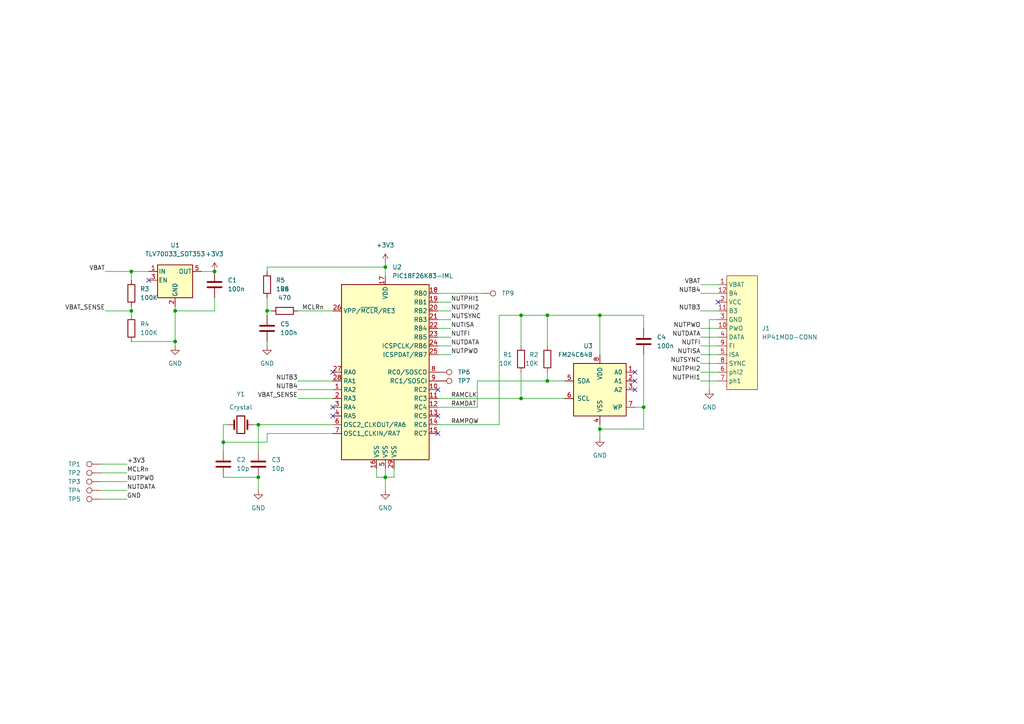
<source format=kicad_sch>
(kicad_sch (version 20211123) (generator eeschema)
  (paper "A4")
  (lib_symbols
    (symbol "Connector:TestPoint" (pin_numbers hide) (pin_names (offset 0.762) hide)
      (property "Reference" "TP" (at 0 6.858 0))
      (property "Value" "TestPoint" (at 0 5.08 0))
      (symbol "TestPoint_0_1"
        (circle (center 0 3.302) (radius 0.762))
      )
      (symbol "TestPoint_1_1"
        (pin passive line (at 0 0 90) (length 2.54) (name "1") (number "1"))
      )
    )
    (symbol "Device:C" (pin_numbers hide) (pin_names (offset 0.254))
      (property "Reference" "C" (at 0.635 2.54 0))
      (property "Value" "C" (at 0.635 -2.54 0))
      (symbol "C_0_1"
        (polyline (pts (xy -2.032 -0.762) (xy 2.032 -0.762)) (stroke (width 0.508)))
        (polyline (pts (xy -2.032 0.762) (xy 2.032 0.762)) (stroke (width 0.508)))
      )
      (symbol "C_1_1"
        (pin passive line (at 0 3.81 270) (length 2.794) (name "~") (number "1"))
        (pin passive line (at 0 -3.81 90) (length 2.794) (name "~") (number "2"))
      )
    )
    (symbol "Device:Crystal" (pin_numbers hide) (pin_names (offset 1.016) hide)
      (property "Reference" "Y" (at 0 3.81 0))
      (property "Value" "Crystal" (at 0 -3.81 0))
      (symbol "Crystal_0_1"
        (rectangle (start -1.143 2.54) (end 1.143 -2.54) (stroke (width 0.3048)))
        (polyline (pts (xy -2.54 0) (xy -1.905 0)))
        (polyline (pts (xy -1.905 -1.27) (xy -1.905 1.27)) (stroke (width 0.508)))
        (polyline (pts (xy 1.905 -1.27) (xy 1.905 1.27)) (stroke (width 0.508)))
        (polyline (pts (xy 2.54 0) (xy 1.905 0)))
      )
      (symbol "Crystal_1_1"
        (pin passive line (at -3.81 0 0) (length 1.27) (name "1") (number "1"))
        (pin passive line (at 3.81 0 180) (length 1.27) (name "2") (number "2"))
      )
    )
    (symbol "Device:R" (pin_numbers hide) (pin_names (offset 0))
      (property "Reference" "R" (at 2.032 0 90))
      (property "Value" "R" (at 0 0 90))
      (symbol "R_0_1"
        (rectangle (start -1.016 -2.54) (end 1.016 2.54) (stroke (width 0.254)))
      )
      (symbol "R_1_1"
        (pin passive line (at 0 3.81 270) (length 1.27) (name "~") (number "1"))
        (pin passive line (at 0 -3.81 90) (length 1.27) (name "~") (number "2"))
      )
    )
    (symbol "Memory_NVRAM:FM24C64B" (pin_names (offset 1.016))
      (property "Reference" "U" (at -5.08 8.89 0))
      (property "Value" "FM24C64B" (at 6.35 -8.89 0))
      (symbol "FM24C64B_0_1"
        (rectangle (start -7.62 7.62) (end 7.62 -7.62) (stroke (width 0.254)) (fill (type background)))
      )
      (symbol "FM24C64B_1_1"
        (pin input line (at -10.16 5.08 0) (length 2.54) (name "A0") (number "1"))
        (pin input line (at -10.16 2.54 0) (length 2.54) (name "A1") (number "2"))
        (pin input line (at -10.16 0 0) (length 2.54) (name "A2") (number "3"))
        (pin power_in line (at 0 -10.16 90) (length 2.54) (name "VSS") (number "4"))
        (pin bidirectional line (at 10.16 2.54 180) (length 2.54) (name "SDA") (number "5"))
        (pin input line (at 10.16 -2.54 180) (length 2.54) (name "SCL") (number "6"))
        (pin input line (at -10.16 -5.08 0) (length 2.54) (name "WP") (number "7"))
        (pin power_in line (at 0 10.16 270) (length 2.54) (name "VDD") (number "8"))
      )
    )
    (symbol "Regulator_Linear:TLV70033_SOT353" (pin_names (offset 0.254))
      (property "Reference" "U" (at -3.81 5.715 0))
      (property "Value" "TLV70033_SOT353" (at 0 5.715 0))
      (symbol "TLV70033_SOT353_0_1"
        (rectangle (start -5.08 4.445) (end 5.08 -5.08) (stroke (width 0.254)) (fill (type background)))
      )
      (symbol "TLV70033_SOT353_1_1"
        (pin power_in line (at -7.62 2.54 0) (length 2.54) (name "IN") (number "1"))
        (pin power_in line (at 0 -7.62 90) (length 2.54) (name "GND") (number "2"))
        (pin input line (at -7.62 0 0) (length 2.54) (name "EN") (number "3"))
        (pin no_connect line (at 5.08 0 180) (length 2.54) hide (name "NC") (number "4"))
        (pin power_out line (at 7.62 2.54 180) (length 2.54) (name "OUT") (number "5"))
      )
    )
    (symbol "myPIC:HP41MOD-CONN"
      (property "Reference" "J" (at -5.08 2.54 0))
      (property "Value" "HP41MOD-CONN" (at 6.35 2.54 0))
      (symbol "HP41MOD-CONN_0_1"
        (rectangle (start 0 0) (end 8.89 -33.02) (fill (type background)))
      )
      (symbol "HP41MOD-CONN_1_1"
        (pin power_in line (at -2.54 -2.54 0) (length 2.54) (name "VBAT") (number "1"))
        (pin input line (at -2.54 -15.24 0) (length 2.54) (name "PWO") (number "10"))
        (pin input line (at -2.54 -10.16 0) (length 2.54) (name "B3") (number "11"))
        (pin input line (at -2.54 -5.08 0) (length 2.54) (name "B4") (number "12"))
        (pin power_in line (at -2.54 -7.62 0) (length 2.54) (name "VCC") (number "2"))
        (pin passive line (at -2.54 -12.7 0) (length 2.54) (name "GND") (number "3"))
        (pin bidirectional line (at -2.54 -17.78 0) (length 2.54) (name "DATA") (number "4"))
        (pin bidirectional line (at -2.54 -22.86 0) (length 2.54) (name "ISA") (number "5"))
        (pin input line (at -2.54 -27.94 0) (length 2.54) (name "phi2") (number "6"))
        (pin input line (at -2.54 -30.48 0) (length 2.54) (name "ph1") (number "7"))
        (pin input line (at -2.54 -25.4 0) (length 2.54) (name "SYNC") (number "8"))
        (pin input line (at -2.54 -20.32 0) (length 2.54) (name "FI") (number "9"))
      )
    )
    (symbol "myPIC:PIC18F26K83-IML"
      (property "Reference" "U2" (at 2.0194 30.48 0))
      (property "Value" "PIC18F26K83-IML" (at 2.0194 27.94 0))
      (symbol "PIC18F26K83-IML_0_1"
        (rectangle (start -12.7 -25.4) (end 12.7 25.4) (stroke (width 0.254)) (fill (type background)))
      )
      (symbol "PIC18F26K83-IML_1_1"
        (pin bidirectional line (at -15.24 -5.08 0) (length 2.54) (name "RA2") (number "1"))
        (pin bidirectional line (at 15.24 -5.08 180) (length 2.54) (name "RC2") (number "10"))
        (pin bidirectional line (at 15.24 -7.62 180) (length 2.54) (name "RC3") (number "11"))
        (pin bidirectional line (at 15.24 -10.16 180) (length 2.54) (name "RC4") (number "12"))
        (pin bidirectional line (at 15.24 -12.7 180) (length 2.54) (name "RC5") (number "13"))
        (pin bidirectional line (at 15.24 -15.24 180) (length 2.54) (name "RC6") (number "14"))
        (pin bidirectional line (at 15.24 -17.78 180) (length 2.54) (name "RC7") (number "15"))
        (pin power_in line (at -2.54 -27.94 90) (length 2.54) (name "VSS") (number "16"))
        (pin power_in line (at 0 27.94 270) (length 2.54) (name "VDD") (number "17"))
        (pin bidirectional line (at 15.24 22.86 180) (length 2.54) (name "RB0") (number "18"))
        (pin bidirectional line (at 15.24 20.32 180) (length 2.54) (name "RB1") (number "19"))
        (pin bidirectional line (at -15.24 -7.62 0) (length 2.54) (name "RA3") (number "2"))
        (pin bidirectional line (at 15.24 17.78 180) (length 2.54) (name "RB2") (number "20"))
        (pin bidirectional line (at 15.24 15.24 180) (length 2.54) (name "RB3") (number "21"))
        (pin bidirectional line (at 15.24 12.7 180) (length 2.54) (name "RB4") (number "22"))
        (pin bidirectional line (at 15.24 10.16 180) (length 2.54) (name "RB5") (number "23"))
        (pin bidirectional line (at 15.24 7.62 180) (length 2.54) (name "ICSPCLK/RB6") (number "24"))
        (pin bidirectional line (at 15.24 5.08 180) (length 2.54) (name "ICSPDAT/RB7") (number "25"))
        (pin input line (at -15.24 17.78 0) (length 2.54) (name "VPP/~{MCLR}/RE3") (number "26"))
        (pin bidirectional line (at -15.24 0 0) (length 2.54) (name "RA0") (number "27"))
        (pin bidirectional line (at -15.24 -2.54 0) (length 2.54) (name "RA1") (number "28"))
        (pin power_in line (at 2.54 -27.94 90) (length 2.54) (name "VSS") (number "29"))
        (pin bidirectional line (at -15.24 -10.16 0) (length 2.54) (name "RA4") (number "3"))
        (pin bidirectional line (at -15.24 -12.7 0) (length 2.54) (name "RA5") (number "4"))
        (pin power_in line (at 0 -27.94 90) (length 2.54) (name "VSS") (number "5"))
        (pin bidirectional line (at -15.24 -15.24 0) (length 2.54) (name "OSC2_CLKOUT/RA6") (number "6"))
        (pin bidirectional line (at -15.24 -17.78 0) (length 2.54) (name "OSC1_CLKIN/RA7") (number "7"))
        (pin bidirectional line (at 15.24 0 180) (length 2.54) (name "RC0/SOSCO") (number "8"))
        (pin bidirectional line (at 15.24 -2.54 180) (length 2.54) (name "RC1/SOSCI") (number "9"))
      )
    )
    (symbol "power:+3.3V" (power) (pin_names (offset 0))
      (property "Value" "+3.3V" (at 0 3.556 0))
      (symbol "+3.3V_0_1"
        (polyline (pts (xy -0.762 1.27) (xy 0 2.54)))
        (polyline (pts (xy 0 0) (xy 0 2.54)))
        (polyline (pts (xy 0 2.54) (xy 0.762 1.27)))
      )
      (symbol "+3.3V_1_1"
        (pin power_in line (at 0 0 90) (length 0) hide (name "+3V3") (number "1"))
      )
    )
    (symbol "power:GND" (power) (pin_names (offset 0))
      (property "Value" "GND" (at 0 -3.81 0))
      (symbol "GND_0_1"
        (polyline (pts (xy 0 0) (xy 0 -1.27) (xy 1.27 -1.27) (xy 0 -2.54) (xy -1.27 -1.27) (xy 0 -1.27)))
      )
      (symbol "GND_1_1"
        (pin power_in line (at 0 0 270) (length 0) hide (name "GND") (number "1"))
      )
    )
  )
  (junction (at 62.23 78.74))
  (junction (at 77.47 90.17))
  (junction (at 38.1 78.74))
  (junction (at 111.76 138.43))
  (junction (at 173.99 124.46))
  (junction (at 173.99 91.44))
  (junction (at 186.69 118.11))
  (junction (at 50.8 90.17))
  (junction (at 158.75 91.44))
  (junction (at 74.93 138.43))
  (junction (at 111.76 77.47))
  (junction (at 151.13 91.44))
  (junction (at 74.93 123.19))
  (junction (at 158.75 110.49))
  (junction (at 38.1 90.17))
  (junction (at 64.77 128.27))
  (junction (at 151.13 115.57))
  (junction (at 50.8 99.06))
  (no_connect (at 43.18 81.28))
  (no_connect (at 184.15 110.49))
  (no_connect (at 184.15 107.95))
  (no_connect (at 184.15 113.03))
  (no_connect (at 96.52 107.95))
  (no_connect (at 96.52 120.65))
  (no_connect (at 96.52 118.11))
  (no_connect (at 127 120.65))
  (no_connect (at 127 125.73))
  (no_connect (at 127 113.03))
  (no_connect (at 208.28 87.63))
  (wire (pts (xy 127 95.25) (xy 130.81 95.25)))
  (wire (pts (xy 29.21 134.62) (xy 36.83 134.62)))
  (wire (pts (xy 86.36 113.03) (xy 96.52 113.03)))
  (wire (pts (xy 77.47 78.74) (xy 77.47 77.47)))
  (wire (pts (xy 111.76 76.2) (xy 111.76 77.47)))
  (wire (pts (xy 186.69 102.87) (xy 186.69 118.11)))
  (wire (pts (xy 109.22 135.89) (xy 109.22 138.43)))
  (wire (pts (xy 38.1 90.17) (xy 38.1 88.9)))
  (wire (pts (xy 205.74 92.71) (xy 205.74 113.03)))
  (wire (pts (xy 38.1 81.28) (xy 38.1 78.74)))
  (wire (pts (xy 173.99 91.44) (xy 158.75 91.44)))
  (wire (pts (xy 158.75 91.44) (xy 151.13 91.44)))
  (wire (pts (xy 30.48 90.17) (xy 38.1 90.17)))
  (wire (pts (xy 127 102.87) (xy 130.81 102.87)))
  (wire (pts (xy 96.52 125.73) (xy 77.47 125.73)))
  (wire (pts (xy 73.66 123.19) (xy 74.93 123.19)))
  (wire (pts (xy 58.42 78.74) (xy 62.23 78.74)))
  (wire (pts (xy 127 100.33) (xy 130.81 100.33)))
  (wire (pts (xy 50.8 90.17) (xy 50.8 99.06)))
  (wire (pts (xy 77.47 86.36) (xy 77.47 90.17)))
  (wire (pts (xy 62.23 90.17) (xy 62.23 86.36)))
  (wire (pts (xy 203.2 110.49) (xy 208.28 110.49)))
  (wire (pts (xy 114.3 135.89) (xy 114.3 138.43)))
  (wire (pts (xy 151.13 115.57) (xy 151.13 107.95)))
  (wire (pts (xy 127 87.63) (xy 130.81 87.63)))
  (wire (pts (xy 77.47 100.33) (xy 77.47 99.06)))
  (wire (pts (xy 114.3 138.43) (xy 111.76 138.43)))
  (wire (pts (xy 203.2 85.09) (xy 208.28 85.09)))
  (wire (pts (xy 184.15 118.11) (xy 186.69 118.11)))
  (wire (pts (xy 29.21 139.7) (xy 36.83 139.7)))
  (wire (pts (xy 144.78 91.44) (xy 144.78 123.19)))
  (wire (pts (xy 186.69 118.11) (xy 186.69 124.46)))
  (wire (pts (xy 111.76 138.43) (xy 111.76 142.24)))
  (wire (pts (xy 186.69 95.25) (xy 186.69 91.44)))
  (wire (pts (xy 111.76 77.47) (xy 111.76 80.01)))
  (wire (pts (xy 77.47 125.73) (xy 77.47 128.27)))
  (wire (pts (xy 64.77 123.19) (xy 66.04 123.19)))
  (wire (pts (xy 138.43 110.49) (xy 138.43 118.11)))
  (wire (pts (xy 38.1 78.74) (xy 43.18 78.74)))
  (wire (pts (xy 158.75 107.95) (xy 158.75 110.49)))
  (wire (pts (xy 30.48 78.74) (xy 38.1 78.74)))
  (wire (pts (xy 64.77 128.27) (xy 64.77 123.19)))
  (wire (pts (xy 74.93 123.19) (xy 74.93 130.81)))
  (wire (pts (xy 86.36 115.57) (xy 96.52 115.57)))
  (wire (pts (xy 173.99 91.44) (xy 186.69 91.44)))
  (wire (pts (xy 127 123.19) (xy 144.78 123.19)))
  (wire (pts (xy 50.8 90.17) (xy 62.23 90.17)))
  (wire (pts (xy 203.2 107.95) (xy 208.28 107.95)))
  (wire (pts (xy 158.75 100.33) (xy 158.75 91.44)))
  (wire (pts (xy 127 92.71) (xy 130.81 92.71)))
  (wire (pts (xy 173.99 127) (xy 173.99 124.46)))
  (wire (pts (xy 64.77 138.43) (xy 74.93 138.43)))
  (wire (pts (xy 29.21 142.24) (xy 36.83 142.24)))
  (wire (pts (xy 86.36 90.17) (xy 96.52 90.17)))
  (wire (pts (xy 203.2 95.25) (xy 208.28 95.25)))
  (wire (pts (xy 64.77 128.27) (xy 64.77 130.81)))
  (wire (pts (xy 173.99 102.87) (xy 173.99 91.44)))
  (wire (pts (xy 77.47 128.27) (xy 64.77 128.27)))
  (wire (pts (xy 127 90.17) (xy 130.81 90.17)))
  (wire (pts (xy 29.21 137.16) (xy 36.83 137.16)))
  (wire (pts (xy 203.2 102.87) (xy 208.28 102.87)))
  (wire (pts (xy 77.47 90.17) (xy 78.74 90.17)))
  (wire (pts (xy 203.2 105.41) (xy 208.28 105.41)))
  (wire (pts (xy 203.2 97.79) (xy 208.28 97.79)))
  (wire (pts (xy 38.1 99.06) (xy 50.8 99.06)))
  (wire (pts (xy 74.93 123.19) (xy 96.52 123.19)))
  (wire (pts (xy 203.2 82.55) (xy 208.28 82.55)))
  (wire (pts (xy 203.2 100.33) (xy 208.28 100.33)))
  (wire (pts (xy 50.8 100.33) (xy 50.8 99.06)))
  (wire (pts (xy 50.8 88.9) (xy 50.8 90.17)))
  (wire (pts (xy 77.47 77.47) (xy 111.76 77.47)))
  (wire (pts (xy 127 97.79) (xy 130.81 97.79)))
  (wire (pts (xy 77.47 90.17) (xy 77.47 91.44)))
  (wire (pts (xy 86.36 110.49) (xy 96.52 110.49)))
  (wire (pts (xy 173.99 124.46) (xy 173.99 123.19)))
  (wire (pts (xy 158.75 110.49) (xy 138.43 110.49)))
  (wire (pts (xy 127 115.57) (xy 151.13 115.57)))
  (wire (pts (xy 151.13 91.44) (xy 151.13 100.33)))
  (wire (pts (xy 144.78 91.44) (xy 151.13 91.44)))
  (wire (pts (xy 38.1 91.44) (xy 38.1 90.17)))
  (wire (pts (xy 163.83 115.57) (xy 151.13 115.57)))
  (wire (pts (xy 203.2 90.17) (xy 208.28 90.17)))
  (wire (pts (xy 74.93 138.43) (xy 74.93 142.24)))
  (wire (pts (xy 208.28 92.71) (xy 205.74 92.71)))
  (wire (pts (xy 109.22 138.43) (xy 111.76 138.43)))
  (wire (pts (xy 158.75 110.49) (xy 163.83 110.49)))
  (wire (pts (xy 186.69 124.46) (xy 173.99 124.46)))
  (wire (pts (xy 127 85.09) (xy 139.7 85.09)))
  (wire (pts (xy 29.21 144.78) (xy 36.83 144.78)))
  (wire (pts (xy 111.76 135.89) (xy 111.76 138.43)))
  (wire (pts (xy 127 118.11) (xy 138.43 118.11)))
  (label "NUTPHI1" (at 203.2 110.49 180))
  (label "MCLRn" (at 93.98 90.17 180))
  (label "RAMCLK" (at 130.81 115.57 0))
  (label "MCLRn" (at 36.83 137.16 0))
  (label "NUTB4" (at 86.36 113.03 180))
  (label "VBAT" (at 30.48 78.74 180))
  (label "RAMDAT" (at 130.81 118.11 0))
  (label "VBAT" (at 203.2 82.55 180))
  (label "+3V3" (at 36.83 134.62 0))
  (label "NUTISA" (at 203.2 102.87 180))
  (label "NUTPWO" (at 130.81 102.87 0))
  (label "NUTPHI2" (at 130.81 90.17 0))
  (label "NUTPHI1" (at 130.81 87.63 0))
  (label "GND" (at 36.83 144.78 0))
  (label "RAMPOW" (at 130.81 123.19 0))
  (label "NUTPWO" (at 203.2 95.25 180))
  (label "NUTDATA" (at 36.83 142.24 0))
  (label "NUTB3" (at 203.2 90.17 180))
  (label "NUTDATA" (at 130.81 100.33 0))
  (label "NUTFI" (at 203.2 100.33 180))
  (label "NUTFI" (at 130.81 97.79 0))
  (label "VBAT_SENSE" (at 86.36 115.57 180))
  (label "NUTSYNC" (at 203.2 105.41 180))
  (label "NUTPHI2" (at 203.2 107.95 180))
  (label "NUTDATA" (at 203.2 97.79 180))
  (label "VBAT_SENSE" (at 30.48 90.17 180))
  (label "NUTB3" (at 86.36 110.49 180))
  (label "NUTISA" (at 130.81 95.25 0))
  (label "NUTSYNC" (at 130.81 92.71 0))
  (label "NUTB4" (at 203.2 85.09 180))
  (label "NUTPWO" (at 36.83 139.7 0))
  (symbol (lib_id "power:+3.3V") (at 111.76 76.2 0) (unit 1)
    (property "Reference" "#PWR0101" (effects hide))
    (property "Value" "+3.3V" (at 111.76 71.12 0))
  )
  (symbol (lib_id "Connector:TestPoint") (at 29.21 139.7 90) (unit 1)
    (property "Reference" "TP3" (at 21.59 139.7 90))
    (property "Value" "TestPoint" (effects hide))
    (property "Footprint" "TestPoint:TestPoint_Pad_D1.0mm" (effects hide))
  )
  (symbol (lib_id "Device:C") (at 77.47 95.25 0) (unit 1)
    (property "Reference" "C5" (at 81.28 93.9799 0) (effects (justify left)))
    (property "Value" "100n" (at 81.28 96.5199 0) (effects (justify left)))
    (property "Footprint" "Capacitor_SMD:C_0402_1005Metric" (effects hide))
  )
  (symbol (lib_id "Connector:TestPoint") (at 29.21 134.62 90) (unit 1)
    (property "Reference" "TP1" (at 21.59 134.62 90))
    (property "Value" "TestPoint" (effects hide))
    (property "Footprint" "TestPoint:TestPoint_Pad_D1.0mm" (effects hide))
  )
  (symbol (lib_id "Connector:TestPoint") (at 127 110.49 270) (unit 1)
    (property "Reference" "TP7" (at 134.62 110.49 90))
    (property "Value" "TestPoint" (effects hide))
    (property "Footprint" "TestPoint:TestPoint_Pad_D1.0mm" (effects hide))
  )
  (symbol (lib_id "Device:C") (at 74.93 134.62 0) (unit 1)
    (property "Reference" "C3" (at 78.74 133.3499 0) (effects (justify left)))
    (property "Value" "10p" (at 78.74 135.8899 0) (effects (justify left)))
    (property "Footprint" "Capacitor_SMD:C_0402_1005Metric" (effects hide))
  )
  (symbol (lib_id "Regulator_Linear:TLV70033_SOT353") (at 50.8 81.28 0) (unit 1)
    (property "Reference" "U1" (at 50.8 71.12 0))
    (property "Value" "TLV70033_SOT353" (at 50.8 73.66 0))
    (property "Footprint" "Package_TO_SOT_SMD:SOT-353_SC-70-5" (effects hide))
    (property "Datasheet" "http://www.ti.com/lit/ds/symlink/tlv700.pdf" (effects hide))
  )
  (symbol (lib_id "Device:R") (at 77.47 82.55 0) (mirror y) (unit 1)
    (property "Reference" "R5" (at 80.01 81.2799 0) (effects (justify right)))
    (property "Value" "10K" (at 80.01 83.8199 0) (effects (justify right)))
    (property "Footprint" "Resistor_SMD:R_0402_1005Metric" (effects hide))
  )
  (symbol (lib_id "Device:R") (at 38.1 95.25 0) (mirror y) (unit 1)
    (property "Reference" "R4" (at 40.64 93.9799 0) (effects (justify right)))
    (property "Value" "100K" (at 40.64 96.5199 0) (effects (justify right)))
    (property "Footprint" "Resistor_SMD:R_0402_1005Metric" (effects hide))
  )
  (symbol (lib_id "Memory_NVRAM:FM24C64B") (at 173.99 113.03 0) (mirror y) (unit 1)
    (property "Reference" "U3" (at 171.9706 100.33 0) (effects (justify left)))
    (property "Value" "FM24C64B" (at 171.9706 102.87 0) (effects (justify left)))
    (property "Footprint" "Package_DFN_QFN:DFN-8-1EP_4x4mm_P0.8mm_EP2.3x3.24mm" (effects hide))
    (property "Datasheet" "http://www.cypress.com/file/41651/download" (effects hide))
  )
  (symbol (lib_id "power:GND") (at 74.93 142.24 0) (unit 1)
    (property "Reference" "#PWR0103" (effects hide))
    (property "Value" "GND" (at 74.93 147.32 0))
  )
  (symbol (lib_id "Device:R") (at 151.13 104.14 0) (mirror y) (unit 1)
    (property "Reference" "R1" (at 148.59 102.8699 0) (effects (justify left)))
    (property "Value" "10K" (at 148.59 105.4099 0) (effects (justify left)))
    (property "Footprint" "Resistor_SMD:R_0402_1005Metric" (effects hide))
  )
  (symbol (lib_id "myPIC:HP41MOD-CONN") (at 210.82 80.01 0) (unit 1)
    (property "Reference" "J1" (at 220.98 95.2499 0) (effects (justify left)))
    (property "Value" "HP41MOD-CONN" (at 220.98 97.7899 0) (effects (justify left)))
    (property "Footprint" "HP41:HP41MOD" (effects hide))
  )
  (symbol (lib_id "Device:Crystal") (at 69.85 123.19 0) (unit 1)
    (property "Reference" "Y1" (at 69.85 114.3 0))
    (property "Value" "Crystal" (at 69.85 118.11 0))
    (property "Footprint" "Crystal:Crystal_SMD_3215-2Pin_3.2x1.5mm" (effects hide))
  )
  (symbol (lib_id "Connector:TestPoint") (at 127 107.95 270) (unit 1)
    (property "Reference" "TP6" (at 134.62 107.95 90))
    (property "Value" "TestPoint" (effects hide))
    (property "Footprint" "TestPoint:TestPoint_Pad_D1.0mm" (effects hide))
  )
  (symbol (lib_id "Device:C") (at 186.69 99.06 0) (unit 1)
    (property "Reference" "C4" (at 190.5 97.7899 0) (effects (justify left)))
    (property "Value" "100n" (at 190.5 100.3299 0) (effects (justify left)))
    (property "Footprint" "Capacitor_SMD:C_0402_1005Metric" (effects hide))
  )
  (symbol (lib_id "Connector:TestPoint") (at 29.21 144.78 90) (unit 1)
    (property "Reference" "TP5" (at 21.59 144.78 90))
    (property "Value" "TestPoint" (effects hide))
    (property "Footprint" "TestPoint:TestPoint_Pad_D1.0mm" (effects hide))
  )
  (symbol (lib_id "power:GND") (at 111.76 142.24 0) (unit 1)
    (property "Reference" "#PWR0102" (effects hide))
    (property "Value" "GND" (at 111.76 147.32 0))
  )
  (symbol (lib_id "Device:C") (at 64.77 134.62 0) (unit 1)
    (property "Reference" "C2" (at 68.58 133.3499 0) (effects (justify left)))
    (property "Value" "10p" (at 68.58 135.8899 0) (effects (justify left)))
    (property "Footprint" "Capacitor_SMD:C_0402_1005Metric" (effects hide))
  )
  (symbol (lib_id "Connector:TestPoint") (at 29.21 137.16 90) (unit 1)
    (property "Reference" "TP2" (at 21.59 137.16 90))
    (property "Value" "TestPoint" (effects hide))
    (property "Footprint" "TestPoint:TestPoint_Pad_D1.0mm" (effects hide))
  )
  (symbol (lib_id "power:GND") (at 173.99 127 0) (mirror y) (unit 1)
    (property "Reference" "#PWR0104" (effects hide))
    (property "Value" "GND" (at 173.99 132.08 0))
  )
  (symbol (lib_id "power:GND") (at 50.8 100.33 0) (unit 1)
    (property "Reference" "#PWR0105" (effects hide))
    (property "Value" "GND" (at 50.8 105.41 0))
  )
  (symbol (lib_id "power:+3.3V") (at 62.23 78.74 0) (unit 1)
    (property "Reference" "#PWR0106" (effects hide))
    (property "Value" "+3.3V" (at 62.23 73.66 0))
  )
  (symbol (lib_id "Connector:TestPoint") (at 139.7 85.09 270) (unit 1)
    (property "Reference" "TP9" (at 147.32 85.09 90))
    (property "Value" "TestPoint" (effects hide))
    (property "Footprint" "TestPoint:TestPoint_Pad_D1.0mm" (effects hide))
  )
  (symbol (lib_id "power:GND") (at 77.47 100.33 0) (unit 1)
    (property "Reference" "#PWR0108" (effects hide))
    (property "Value" "GND" (at 77.47 105.41 0))
  )
  (symbol (lib_id "Device:C") (at 62.23 82.55 0) (unit 1)
    (property "Reference" "C1" (at 66.04 81.2799 0) (effects (justify left)))
    (property "Value" "100n" (at 66.04 83.8199 0) (effects (justify left)))
    (property "Footprint" "Capacitor_SMD:C_0402_1005Metric" (effects hide))
  )
  (symbol (lib_id "Device:R") (at 158.75 104.14 0) (mirror y) (unit 1)
    (property "Reference" "R2" (at 156.21 102.8699 0) (effects (justify left)))
    (property "Value" "10K" (at 156.21 105.4099 0) (effects (justify left)))
    (property "Footprint" "Resistor_SMD:R_0402_1005Metric" (effects hide))
  )
  (symbol (lib_id "power:GND") (at 205.74 113.03 0) (unit 1)
    (property "Reference" "#PWR0107" (effects hide))
    (property "Value" "GND" (at 205.74 118.11 0))
  )
  (symbol (lib_id "Device:R") (at 38.1 85.09 0) (mirror y) (unit 1)
    (property "Reference" "R3" (at 40.64 83.8199 0) (effects (justify right)))
    (property "Value" "100K" (at 40.64 86.3599 0) (effects (justify right)))
    (property "Footprint" "Resistor_SMD:R_0402_1005Metric" (effects hide))
  )
  (symbol (lib_id "Device:R") (at 82.55 90.17 90) (mirror x) (unit 1)
    (property "Reference" "R6" (at 82.55 83.82 90))
    (property "Value" "470" (at 82.55 86.36 90))
    (property "Footprint" "Resistor_SMD:R_0402_1005Metric" (effects hide))
  )
  (symbol (lib_id "myPIC:PIC18F26K83-IML") (at 111.76 107.95 0) (unit 1)
    (property "Reference" "U2" (at 113.7794 77.47 0) (effects (justify left)))
    (property "Value" "PIC18F26K83-IML" (at 113.7794 80.01 0) (effects (justify left)))
    (property "Footprint" "Package_DFN_QFN:QFN-28-1EP_6x6mm_P0.65mm_EP4.25x4.25mm" (effects hide))
    (property "Datasheet" "https://ww1.microchip.com/downloads/en/DeviceDoc/PIC18(L)F2526K83-Data-Sheet-DS40001943C.pdf" (effects hide))
  )
  (symbol (lib_id "Connector:TestPoint") (at 29.21 142.24 90) (unit 1)
    (property "Reference" "TP4" (at 21.59 142.24 90))
    (property "Value" "TestPoint" (effects hide))
    (property "Footprint" "TestPoint:TestPoint_Pad_D1.0mm" (effects hide))
  )
)
</source>
